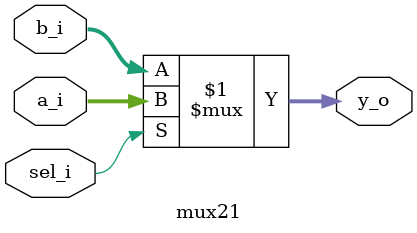
<source format=sv>
module mux21 (
  input   wire [7:0]    a_i,
  input   wire [7:0]    b_i,
  input   wire          sel_i,
  output  wire [7:0]    y_o
);


  assign y_o = sel_i ? a_i : b_i;

endmodule

</source>
